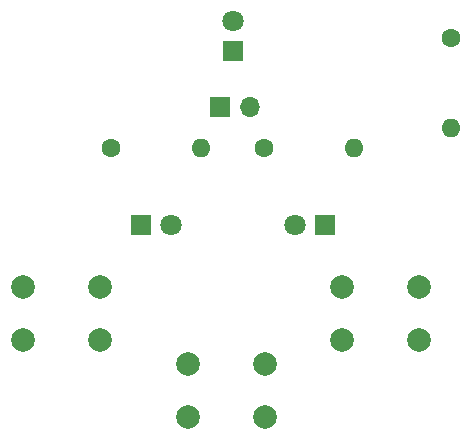
<source format=gbr>
%TF.GenerationSoftware,KiCad,Pcbnew,9.0.0*%
%TF.CreationDate,2025-04-08T13:38:05+08:00*%
%TF.ProjectId,project,70726f6a-6563-4742-9e6b-696361645f70,rev?*%
%TF.SameCoordinates,Original*%
%TF.FileFunction,Soldermask,Top*%
%TF.FilePolarity,Negative*%
%FSLAX46Y46*%
G04 Gerber Fmt 4.6, Leading zero omitted, Abs format (unit mm)*
G04 Created by KiCad (PCBNEW 9.0.0) date 2025-04-08 13:38:05*
%MOMM*%
%LPD*%
G01*
G04 APERTURE LIST*
%ADD10R,1.800000X1.800000*%
%ADD11C,1.800000*%
%ADD12C,2.000000*%
%ADD13C,1.600000*%
%ADD14O,1.600000X1.600000*%
%ADD15R,1.700000X1.700000*%
%ADD16O,1.700000X1.700000*%
G04 APERTURE END LIST*
D10*
%TO.C,D2*%
X134275000Y-57000000D03*
D11*
X131735000Y-57000000D03*
%TD*%
D12*
%TO.C,SW2*%
X122750000Y-68750000D03*
X129250000Y-68750000D03*
X122750000Y-73250000D03*
X129250000Y-73250000D03*
%TD*%
%TO.C,SW3*%
X135750000Y-62250000D03*
X142250000Y-62250000D03*
X135750000Y-66750000D03*
X142250000Y-66750000D03*
%TD*%
%TO.C,SW1*%
X108750000Y-62250000D03*
X115250000Y-62250000D03*
X108750000Y-66750000D03*
X115250000Y-66750000D03*
%TD*%
D10*
%TO.C,D1*%
X118725000Y-57000000D03*
D11*
X121265000Y-57000000D03*
%TD*%
D10*
%TO.C,D3*%
X126500000Y-42275000D03*
D11*
X126500000Y-39735000D03*
%TD*%
D13*
%TO.C,R1*%
X116190000Y-50500000D03*
D14*
X123810000Y-50500000D03*
%TD*%
D13*
%TO.C,R2*%
X129190000Y-50500000D03*
D14*
X136810000Y-50500000D03*
%TD*%
D15*
%TO.C,J1*%
X125460000Y-47000000D03*
D16*
X128000000Y-47000000D03*
%TD*%
D13*
%TO.C,R3*%
X145000000Y-41190000D03*
D14*
X145000000Y-48810000D03*
%TD*%
M02*

</source>
